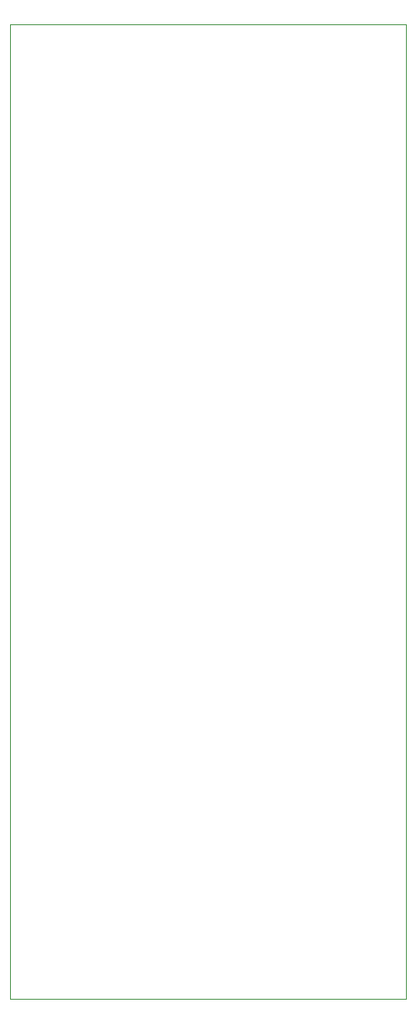
<source format=gbr>
%TF.GenerationSoftware,KiCad,Pcbnew,6.0.9+dfsg-1~bpo11+1*%
%TF.CreationDate,2023-01-13T02:31:34+08:00*%
%TF.ProjectId,MiniVerb - Back,4d696e69-5665-4726-9220-2d204261636b,rev?*%
%TF.SameCoordinates,Original*%
%TF.FileFunction,Profile,NP*%
%FSLAX46Y46*%
G04 Gerber Fmt 4.6, Leading zero omitted, Abs format (unit mm)*
G04 Created by KiCad (PCBNEW 6.0.9+dfsg-1~bpo11+1) date 2023-01-13 02:31:34*
%MOMM*%
%LPD*%
G01*
G04 APERTURE LIST*
%TA.AperFunction,Profile*%
%ADD10C,0.100000*%
%TD*%
G04 APERTURE END LIST*
D10*
X74975000Y-148400000D02*
X114975000Y-148400000D01*
X74975000Y-50000000D02*
X74975000Y-148400000D01*
X114975000Y-148400000D02*
X114975000Y-50000000D01*
X114975000Y-50000000D02*
X74975000Y-50000000D01*
M02*

</source>
